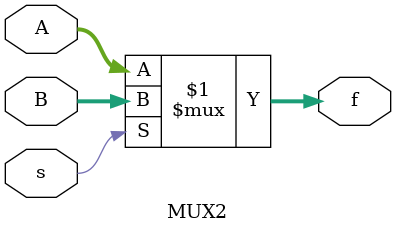
<source format=v>
module MUX2 #(parameter width=32 )(input [width-1:0]A,B,input s,output [width-1:0]f);
    assign f=(s)?B:A;
endmodule

</source>
